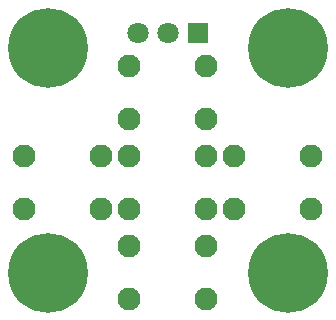
<source format=gts>
G04 (created by PCBNEW (2013-05-31 BZR 4019)-stable) date 7/9/2014 9:45:12 PM*
%MOIN*%
G04 Gerber Fmt 3.4, Leading zero omitted, Abs format*
%FSLAX34Y34*%
G01*
G70*
G90*
G04 APERTURE LIST*
%ADD10C,0.00590551*%
%ADD11C,0.076748*%
%ADD12R,0.070748X0.070748*%
%ADD13C,0.070748*%
%ADD14C,0.265748*%
G04 APERTURE END LIST*
G54D10*
G54D11*
X62720Y-51386D03*
X62720Y-49614D03*
X65280Y-51386D03*
X65280Y-49614D03*
X59220Y-48386D03*
X59220Y-46614D03*
X61780Y-48386D03*
X61780Y-46614D03*
X59220Y-54386D03*
X59220Y-52614D03*
X61780Y-54386D03*
X61780Y-52614D03*
X55720Y-51386D03*
X55720Y-49614D03*
X58280Y-51386D03*
X58280Y-49614D03*
X59220Y-51386D03*
X59220Y-49614D03*
X61780Y-51386D03*
X61780Y-49614D03*
G54D12*
X61500Y-45500D03*
G54D13*
X60500Y-45500D03*
X59500Y-45500D03*
G54D14*
X64500Y-53500D03*
X56500Y-53500D03*
X64500Y-46000D03*
X56500Y-46000D03*
M02*

</source>
